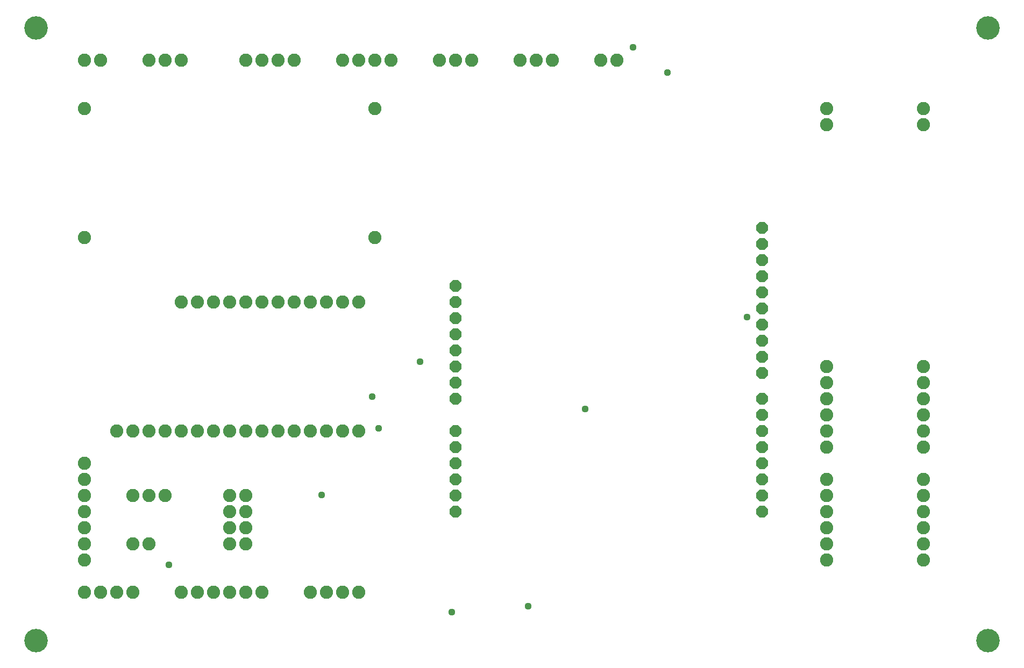
<source format=gbr>
G04 EAGLE Gerber RS-274X export*
G75*
%MOMM*%
%FSLAX34Y34*%
%LPD*%
%INSoldermask Bottom*%
%IPPOS*%
%AMOC8*
5,1,8,0,0,1.08239X$1,22.5*%
G01*
%ADD10C,3.703200*%
%ADD11C,2.082800*%
%ADD12P,2.034460X8X292.500000*%
%ADD13C,1.117600*%


D10*
X50800Y50800D03*
X50800Y1016000D03*
X1549400Y1016000D03*
X1549400Y50800D03*
D11*
X127000Y127000D03*
X152400Y127000D03*
X177800Y127000D03*
X203200Y127000D03*
X127000Y965200D03*
X152400Y965200D03*
X482600Y127000D03*
X508000Y127000D03*
X533400Y127000D03*
X558800Y127000D03*
X228600Y965200D03*
X254000Y965200D03*
X279400Y965200D03*
D12*
X1193800Y355600D03*
X711200Y381000D03*
X1193800Y330200D03*
X1193800Y304800D03*
X1193800Y279400D03*
X1193800Y254000D03*
X1193800Y381000D03*
X1193800Y406400D03*
X1193800Y431800D03*
X1193800Y472440D03*
X1193800Y497840D03*
X1193800Y523240D03*
X1193800Y548640D03*
X1193800Y574040D03*
X1193800Y599440D03*
X1193800Y624840D03*
X1193800Y650240D03*
X711200Y355600D03*
X711200Y330200D03*
X711200Y304800D03*
X711200Y279400D03*
X711200Y254000D03*
X711200Y431800D03*
X711200Y457200D03*
X711200Y482600D03*
X711200Y508000D03*
X711200Y533400D03*
X711200Y558800D03*
X1193800Y675640D03*
X1193800Y701040D03*
X711200Y584200D03*
X711200Y609600D03*
D11*
X381000Y203200D03*
X355600Y203200D03*
X381000Y228600D03*
X355600Y228600D03*
X381000Y254000D03*
X355600Y254000D03*
X381000Y279400D03*
X355600Y279400D03*
X203200Y279400D03*
X228600Y279400D03*
X254000Y279400D03*
X127000Y889000D03*
X584200Y889000D03*
X127000Y685800D03*
X584200Y685800D03*
X406400Y127000D03*
X381000Y127000D03*
X355600Y127000D03*
X330200Y127000D03*
X304800Y127000D03*
X279400Y127000D03*
X1295400Y177800D03*
X1295400Y203200D03*
X1295400Y228600D03*
X1295400Y254000D03*
X1295400Y279400D03*
X1295400Y304800D03*
X1447800Y177800D03*
X1447800Y203200D03*
X1447800Y228600D03*
X1447800Y254000D03*
X1447800Y279400D03*
X1447800Y304800D03*
X127000Y330200D03*
X127000Y304800D03*
X127000Y279400D03*
X127000Y254000D03*
X127000Y228600D03*
X127000Y203200D03*
X127000Y177800D03*
X203200Y203200D03*
X228600Y203200D03*
X279400Y584200D03*
X304800Y584200D03*
X330200Y584200D03*
X355600Y584200D03*
X381000Y584200D03*
X406400Y584200D03*
X431800Y584200D03*
X457200Y584200D03*
X482600Y584200D03*
X508000Y584200D03*
X533400Y584200D03*
X558800Y584200D03*
X177800Y381000D03*
X203200Y381000D03*
X228600Y381000D03*
X254000Y381000D03*
X279400Y381000D03*
X304800Y381000D03*
X330200Y381000D03*
X355600Y381000D03*
X381000Y381000D03*
X406400Y381000D03*
X431800Y381000D03*
X457200Y381000D03*
X482600Y381000D03*
X508000Y381000D03*
X533400Y381000D03*
X558800Y381000D03*
X685800Y965200D03*
X711200Y965200D03*
X736600Y965200D03*
X812800Y965200D03*
X838200Y965200D03*
X863600Y965200D03*
X939800Y965200D03*
X965200Y965200D03*
X381000Y965200D03*
X406400Y965200D03*
X431800Y965200D03*
X457200Y965200D03*
X533400Y965200D03*
X558800Y965200D03*
X584200Y965200D03*
X609600Y965200D03*
X1295400Y863600D03*
X1295400Y889000D03*
X1447800Y863600D03*
X1447800Y889000D03*
X1295400Y355600D03*
X1295400Y381000D03*
X1295400Y406400D03*
X1295400Y431800D03*
X1295400Y457200D03*
X1295400Y482600D03*
X1447800Y355600D03*
X1447800Y381000D03*
X1447800Y406400D03*
X1447800Y431800D03*
X1447800Y457200D03*
X1447800Y482600D03*
D13*
X500000Y280000D03*
X260000Y170000D03*
X1045000Y945000D03*
X990000Y985000D03*
X915000Y415000D03*
X825000Y105000D03*
X1170000Y560000D03*
X705000Y95000D03*
X590000Y385000D03*
X655000Y490000D03*
X580000Y435000D03*
M02*

</source>
